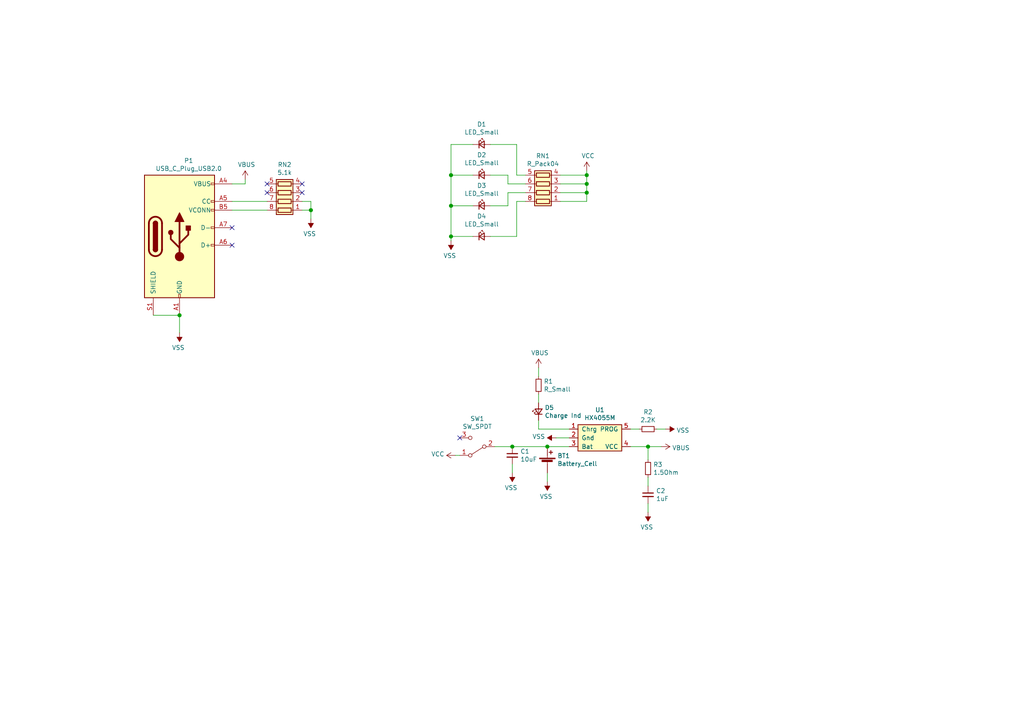
<source format=kicad_sch>
(kicad_sch (version 20200828) (generator eeschema)
  (page 1 1)
  (paper "A4")
  (lib_symbols
    (symbol "Connector:USB_C_Plug_USB2.0" (pin_names (offset 1.016))
      (property "Reference" "P" (at -10.16 19.05 0))
      (property "Value" "USB_C_Plug_USB2.0" (at 12.7 19.05 0))
      (symbol "USB_C_Plug_USB2.0_0_1"
        (arc (start -8.89 -3.81) (end -5.08 -3.81) (radius (at -6.985 -3.81) (length 1.905) (angles -179.9 -0.1)) (stroke (width 0.508)))
        (arc (start -7.62 -3.81) (end -6.35 -3.81) (radius (at -6.985 -3.81) (length 0.635) (angles -179.9 -0.1)) (stroke (width 0.254)))
        (arc (start -7.62 -3.81) (end -6.35 -3.81) (radius (at -6.985 -3.81) (length 0.635) (angles -179.9 -0.1)) (stroke (width 0.254)) (fill (type outline)))
        (arc (start -6.35 3.81) (end -7.62 3.81) (radius (at -6.985 3.81) (length 0.635) (angles 0.1 179.9)) (stroke (width 0.254)) (fill (type outline)))
        (arc (start -6.35 3.81) (end -7.62 3.81) (radius (at -6.985 3.81) (length 0.635) (angles 0.1 179.9)) (stroke (width 0.254)))
        (arc (start -5.08 3.81) (end -8.89 3.81) (radius (at -6.985 3.81) (length 1.905) (angles 0.1 179.9)) (stroke (width 0.508)))
        (circle (center -2.54 1.143) (radius 0.635) (stroke (width 0.254)) (fill (type outline)))
        (circle (center 0 -5.842) (radius 1.27) (fill (type outline)))
        (rectangle (start -10.16 17.78) (end 10.16 -17.78) (stroke (width 0.254)) (fill (type background)))
        (rectangle (start -7.62 -3.81) (end -6.35 3.81) (stroke (width 0.254)) (fill (type outline)))
        (rectangle (start 1.905 1.778) (end 3.175 3.048) (stroke (width 0.254)) (fill (type outline)))
        (polyline (pts (xy -8.89 -3.81) (xy -8.89 3.81)) (stroke (width 0.508)))
        (polyline (pts (xy -5.08 3.81) (xy -5.08 -3.81)) (stroke (width 0.508)))
        (polyline (pts (xy 0 -5.842) (xy 0 4.318)) (stroke (width 0.508)))
        (polyline (pts (xy 0 -3.302) (xy -2.54 -0.762) (xy -2.54 0.508)) (stroke (width 0.508)))
        (polyline (pts (xy 0 -2.032) (xy 2.54 0.508) (xy 2.54 1.778)) (stroke (width 0.508)))
        (polyline (pts (xy -1.27 4.318) (xy 0 6.858) (xy 1.27 4.318) (xy -1.27 4.318)) (stroke (width 0.254)) (fill (type outline)))
      )
      (symbol "USB_C_Plug_USB2.0_0_0"
        (rectangle (start -0.254 -17.78) (end 0.254 -16.764))
        (rectangle (start 10.16 -2.286) (end 9.144 -2.794))
        (rectangle (start 10.16 2.794) (end 9.144 2.286))
        (rectangle (start 10.16 7.874) (end 9.144 7.366))
        (rectangle (start 10.16 10.414) (end 9.144 9.906))
        (rectangle (start 10.16 15.494) (end 9.144 14.986))
      )
      (symbol "USB_C_Plug_USB2.0_1_1"
        (pin power_in line (at 0 -22.86 90) (length 5.08) (name "GND") (number "A1"))
        (pin passive line (at 0 -22.86 90) (length 5.08) hide (name "GND") (number "A12"))
        (pin power_in line (at 15.24 15.24 180) (length 5.08) (name "VBUS") (number "A4"))
        (pin bidirectional line (at 15.24 10.16 180) (length 5.08) (name "CC") (number "A5"))
        (pin bidirectional line (at 15.24 -2.54 180) (length 5.08) (name "D+") (number "A6"))
        (pin bidirectional line (at 15.24 2.54 180) (length 5.08) (name "D-") (number "A7"))
        (pin passive line (at 15.24 15.24 180) (length 5.08) hide (name "VBUS") (number "A9"))
        (pin passive line (at 0 -22.86 90) (length 5.08) hide (name "GND") (number "B1"))
        (pin passive line (at 0 -22.86 90) (length 5.08) hide (name "GND") (number "B12"))
        (pin passive line (at 15.24 15.24 180) (length 5.08) hide (name "VBUS") (number "B4"))
        (pin bidirectional line (at 15.24 7.62 180) (length 5.08) (name "VCONN") (number "B5"))
        (pin passive line (at 15.24 15.24 180) (length 5.08) hide (name "VBUS") (number "B9"))
        (pin passive line (at -7.62 -22.86 90) (length 5.08) (name "SHIELD") (number "S1"))
      )
    )
    (symbol "Device:Battery_Cell" (pin_numbers hide) (pin_names (offset 0) hide)
      (property "Reference" "BT" (at 2.54 2.54 0))
      (property "Value" "Battery_Cell" (at 2.54 0 0))
      (symbol "Battery_Cell_0_1"
        (rectangle (start -2.286 1.778) (end 2.286 1.524) (fill (type outline)))
        (rectangle (start -1.5748 1.1938) (end 1.4732 0.6858) (fill (type outline)))
        (polyline (pts (xy 0 0.762) (xy 0 0)))
        (polyline (pts (xy 0 1.778) (xy 0 2.54)))
        (polyline (pts (xy 0.508 3.429) (xy 1.524 3.429)) (stroke (width 0.254)))
        (polyline (pts (xy 1.016 3.937) (xy 1.016 2.921)) (stroke (width 0.254)))
      )
      (symbol "Battery_Cell_1_1"
        (pin passive line (at 0 5.08 270) (length 2.54) (name "+") (number "1"))
        (pin passive line (at 0 -2.54 90) (length 2.54) (name "-") (number "2"))
      )
    )
    (symbol "Device:C_Small" (pin_numbers hide) (pin_names (offset 0.254) hide)
      (property "Reference" "C" (at 0.254 1.778 0))
      (property "Value" "C_Small" (at 0.254 -2.032 0))
      (symbol "C_Small_0_1"
        (polyline (pts (xy -1.524 -0.508) (xy 1.524 -0.508)) (stroke (width 0.3302)))
        (polyline (pts (xy -1.524 0.508) (xy 1.524 0.508)) (stroke (width 0.3048)))
      )
      (symbol "C_Small_1_1"
        (pin passive line (at 0 2.54 270) (length 2.032) (name "~") (number "1"))
        (pin passive line (at 0 -2.54 90) (length 2.032) (name "~") (number "2"))
      )
    )
    (symbol "Device:LED_Small" (pin_numbers hide) (pin_names (offset 0.254) hide)
      (property "Reference" "D" (at -1.27 3.175 0))
      (property "Value" "LED_Small" (at -4.445 -2.54 0))
      (symbol "LED_Small_0_1"
        (polyline (pts (xy -0.762 -1.016) (xy -0.762 1.016)) (stroke (width 0.254)))
        (polyline (pts (xy 1.016 0) (xy -0.762 0)))
        (polyline (pts (xy 0.762 -1.016) (xy -0.762 0) (xy 0.762 1.016) (xy 0.762 -1.016)) (stroke (width 0.254)))
        (polyline (pts (xy 0 0.762) (xy -0.508 1.27) (xy -0.254 1.27) (xy -0.508 1.27) (xy -0.508 1.016)))
        (polyline (pts (xy 0.508 1.27) (xy 0 1.778) (xy 0.254 1.778) (xy 0 1.778) (xy 0 1.524)))
      )
      (symbol "LED_Small_1_1"
        (pin passive line (at -2.54 0 0) (length 1.778) (name "K") (number "1"))
        (pin passive line (at 2.54 0 180) (length 1.778) (name "A") (number "2"))
      )
    )
    (symbol "Device:R_Pack04" (pin_names (offset 0) hide)
      (property "Reference" "RN" (at -7.62 0 90))
      (property "Value" "R_Pack04" (at 5.08 0 90))
      (symbol "R_Pack04_0_1"
        (rectangle (start -3.175 1.905) (end -1.905 -1.905) (stroke (width 0.254)))
        (rectangle (start -5.715 1.905) (end -4.445 -1.905) (stroke (width 0.254)))
        (rectangle (start -0.635 1.905) (end 0.635 -1.905) (stroke (width 0.254)))
        (rectangle (start -6.35 -2.413) (end 3.81 2.413) (stroke (width 0.254)) (fill (type background)))
        (rectangle (start 1.905 1.905) (end 3.175 -1.905) (stroke (width 0.254)))
        (polyline (pts (xy -2.54 -2.54) (xy -2.54 -1.905)))
        (polyline (pts (xy -2.54 1.905) (xy -2.54 2.54)))
        (polyline (pts (xy -5.08 -2.54) (xy -5.08 -1.905)))
        (polyline (pts (xy -5.08 1.905) (xy -5.08 2.54)))
        (polyline (pts (xy 0 -2.54) (xy 0 -1.905)))
        (polyline (pts (xy 0 1.905) (xy 0 2.54)))
        (polyline (pts (xy 2.54 -2.54) (xy 2.54 -1.905)))
        (polyline (pts (xy 2.54 1.905) (xy 2.54 2.54)))
      )
      (symbol "R_Pack04_1_1"
        (pin passive line (at -5.08 -5.08 90) (length 2.54) (name "R1.1") (number "1"))
        (pin passive line (at -5.08 5.08 270) (length 2.54) (name "R1.2") (number "8"))
        (pin passive line (at -2.54 -5.08 90) (length 2.54) (name "R2.1") (number "2"))
        (pin passive line (at -2.54 5.08 270) (length 2.54) (name "R2.2") (number "7"))
        (pin passive line (at 0 -5.08 90) (length 2.54) (name "R3.1") (number "3"))
        (pin passive line (at 0 5.08 270) (length 2.54) (name "R3.2") (number "6"))
        (pin passive line (at 2.54 -5.08 90) (length 2.54) (name "R4.1") (number "4"))
        (pin passive line (at 2.54 5.08 270) (length 2.54) (name "R4.2") (number "5"))
      )
    )
    (symbol "Device:R_Small" (pin_numbers hide) (pin_names (offset 0.254) hide)
      (property "Reference" "R" (at 0.762 0.508 0))
      (property "Value" "R_Small" (at 0.762 -1.016 0))
      (symbol "R_Small_0_1"
        (rectangle (start -0.762 1.778) (end 0.762 -1.778) (stroke (width 0.2032)))
      )
      (symbol "R_Small_1_1"
        (pin passive line (at 0 2.54 270) (length 0.762) (name "~") (number "1"))
        (pin passive line (at 0 -2.54 90) (length 0.762) (name "~") (number "2"))
      )
    )
    (symbol "MechKeyboard:HX4055M" (pin_names (offset 1.016))
      (property "Reference" "U" (at 5.08 -10.16 0))
      (property "Value" "HX4055M" (at 0 0 0))
      (symbol "HX4055M_0_1"
        (rectangle (start -6.35 -1.27) (end 6.35 -8.89) (stroke (width 0.254)) (fill (type background)))
      )
      (symbol "HX4055M_1_1"
        (pin input line (at -8.89 -2.54 0) (length 2.54) (name "Chrg") (number "1"))
        (pin input line (at -8.89 -5.08 0) (length 2.54) (name "Gnd") (number "2"))
        (pin input line (at -8.89 -7.62 0) (length 2.54) (name "Bat") (number "3"))
        (pin input line (at 8.89 -7.62 180) (length 2.54) (name "VCC") (number "4"))
        (pin input line (at 8.89 -2.54 180) (length 2.54) (name "PROG") (number "5"))
      )
    )
    (symbol "Switch:SW_SPDT" (pin_names (offset 0) hide)
      (property "Reference" "SW" (at 0 4.318 0))
      (property "Value" "SW_SPDT" (at 0 -5.08 0))
      (symbol "SW_SPDT_0_0"
        (circle (center -2.032 0) (radius 0.508))
        (circle (center 2.032 -2.54) (radius 0.508))
      )
      (symbol "SW_SPDT_0_1"
        (circle (center 2.032 2.54) (radius 0.508))
        (polyline (pts (xy -1.524 0.254) (xy 1.651 2.286)))
      )
      (symbol "SW_SPDT_1_1"
        (pin passive line (at 5.08 2.54 180) (length 2.54) (name "A") (number "1"))
        (pin passive line (at -5.08 0 0) (length 2.54) (name "B") (number "2"))
        (pin passive line (at 5.08 -2.54 180) (length 2.54) (name "C") (number "3"))
      )
    )
    (symbol "power:VBUS" (power) (pin_names (offset 0))
      (property "Value" "VBUS" (at 0 3.81 0))
      (symbol "VBUS_0_1"
        (polyline (pts (xy -0.762 1.27) (xy 0 2.54)))
        (polyline (pts (xy 0 0) (xy 0 2.54)))
        (polyline (pts (xy 0 2.54) (xy 0.762 1.27)))
      )
      (symbol "VBUS_1_1"
        (pin power_in line (at 0 0 90) (length 0) hide (name "VBUS") (number "1"))
      )
    )
    (symbol "power:VCC" (power) (pin_names (offset 0))
      (property "Value" "VCC" (at 0 3.81 0))
      (symbol "VCC_0_1"
        (polyline (pts (xy -0.762 1.27) (xy 0 2.54)))
        (polyline (pts (xy 0 0) (xy 0 2.54)))
        (polyline (pts (xy 0 2.54) (xy 0.762 1.27)))
      )
      (symbol "VCC_1_1"
        (pin power_in line (at 0 0 90) (length 0) hide (name "VCC") (number "1"))
      )
    )
    (symbol "power:VSS" (power) (pin_names (offset 0))
      (property "Value" "VSS" (at 0 3.81 0))
      (symbol "VSS_0_1"
        (polyline (pts (xy 0 0) (xy 0 2.54)))
        (polyline (pts (xy 0.762 1.27) (xy -0.762 1.27) (xy 0 2.54) (xy 0.762 1.27)) (fill (type outline)))
      )
      (symbol "VSS_1_1"
        (pin power_in line (at 0 0 90) (length 0) hide (name "VSS") (number "1"))
      )
    )
  )
  (junction (at 52.07 91.44) (diameter 1.016))
  (junction (at 90.17 60.96) (diameter 1.016))
  (junction (at 130.81 50.8) (diameter 1.016))
  (junction (at 130.81 59.69) (diameter 1.016))
  (junction (at 130.81 68.58) (diameter 1.016))
  (junction (at 148.59 129.54) (diameter 1.016))
  (junction (at 158.75 129.54) (diameter 1.016))
  (junction (at 170.18 50.8) (diameter 1.016))
  (junction (at 170.18 53.34) (diameter 1.016))
  (junction (at 170.18 55.88) (diameter 1.016))
  (junction (at 187.96 129.54) (diameter 1.016))
  (no_connect (at 77.47 53.34))
  (no_connect (at 77.47 55.88))
  (no_connect (at 87.63 53.34))
  (no_connect (at 87.63 55.88))
  (no_connect (at 133.35 127))
  (no_connect (at 67.31 66.04))
  (no_connect (at 67.31 71.12))
  (wire (pts (xy 44.45 91.44) (xy 52.07 91.44)))
  (wire (pts (xy 52.07 91.44) (xy 52.07 96.52)))
  (wire (pts (xy 67.31 53.34) (xy 71.12 53.34)))
  (wire (pts (xy 67.31 58.42) (xy 77.47 58.42)))
  (wire (pts (xy 67.31 60.96) (xy 77.47 60.96)))
  (wire (pts (xy 71.12 53.34) (xy 71.12 52.07)))
  (wire (pts (xy 87.63 58.42) (xy 90.17 58.42)))
  (wire (pts (xy 87.63 60.96) (xy 90.17 60.96)))
  (wire (pts (xy 90.17 58.42) (xy 90.17 60.96)))
  (wire (pts (xy 90.17 60.96) (xy 90.17 63.5)))
  (wire (pts (xy 130.81 41.91) (xy 137.16 41.91)))
  (wire (pts (xy 130.81 50.8) (xy 130.81 41.91)))
  (wire (pts (xy 130.81 50.8) (xy 137.16 50.8)))
  (wire (pts (xy 130.81 59.69) (xy 130.81 50.8)))
  (wire (pts (xy 130.81 59.69) (xy 137.16 59.69)))
  (wire (pts (xy 130.81 68.58) (xy 130.81 59.69)))
  (wire (pts (xy 130.81 68.58) (xy 137.16 68.58)))
  (wire (pts (xy 130.81 69.85) (xy 130.81 68.58)))
  (wire (pts (xy 132.08 132.08) (xy 133.35 132.08)))
  (wire (pts (xy 142.24 41.91) (xy 149.86 41.91)))
  (wire (pts (xy 142.24 50.8) (xy 147.32 50.8)))
  (wire (pts (xy 142.24 59.69) (xy 147.32 59.69)))
  (wire (pts (xy 142.24 68.58) (xy 149.86 68.58)))
  (wire (pts (xy 143.51 129.54) (xy 148.59 129.54)))
  (wire (pts (xy 147.32 50.8) (xy 147.32 53.34)))
  (wire (pts (xy 147.32 53.34) (xy 152.4 53.34)))
  (wire (pts (xy 147.32 55.88) (xy 152.4 55.88)))
  (wire (pts (xy 147.32 59.69) (xy 147.32 55.88)))
  (wire (pts (xy 148.59 129.54) (xy 158.75 129.54)))
  (wire (pts (xy 148.59 134.62) (xy 148.59 137.16)))
  (wire (pts (xy 149.86 41.91) (xy 149.86 50.8)))
  (wire (pts (xy 149.86 50.8) (xy 152.4 50.8)))
  (wire (pts (xy 149.86 58.42) (xy 152.4 58.42)))
  (wire (pts (xy 149.86 68.58) (xy 149.86 58.42)))
  (wire (pts (xy 156.21 106.68) (xy 156.21 109.22)))
  (wire (pts (xy 156.21 114.3) (xy 156.21 116.84)))
  (wire (pts (xy 156.21 121.92) (xy 156.21 124.46)))
  (wire (pts (xy 156.21 124.46) (xy 165.1 124.46)))
  (wire (pts (xy 158.75 129.54) (xy 165.1 129.54)))
  (wire (pts (xy 158.75 137.16) (xy 158.75 139.7)))
  (wire (pts (xy 161.29 127) (xy 165.1 127)))
  (wire (pts (xy 170.18 49.53) (xy 170.18 50.8)))
  (wire (pts (xy 170.18 50.8) (xy 162.56 50.8)))
  (wire (pts (xy 170.18 50.8) (xy 170.18 53.34)))
  (wire (pts (xy 170.18 53.34) (xy 162.56 53.34)))
  (wire (pts (xy 170.18 53.34) (xy 170.18 55.88)))
  (wire (pts (xy 170.18 55.88) (xy 162.56 55.88)))
  (wire (pts (xy 170.18 55.88) (xy 170.18 58.42)))
  (wire (pts (xy 170.18 58.42) (xy 162.56 58.42)))
  (wire (pts (xy 182.88 124.46) (xy 185.42 124.46)))
  (wire (pts (xy 182.88 129.54) (xy 187.96 129.54)))
  (wire (pts (xy 187.96 129.54) (xy 187.96 133.35)))
  (wire (pts (xy 187.96 129.54) (xy 191.77 129.54)))
  (wire (pts (xy 187.96 138.43) (xy 187.96 140.97)))
  (wire (pts (xy 187.96 146.05) (xy 187.96 148.59)))
  (wire (pts (xy 190.5 124.46) (xy 193.04 124.46)))
  (symbol (lib_id "power:VSS") (at 52.07 96.52 180) (unit 1)
    (property "Reference" "#PWR05" (effects hide))
    (property "Value" "VSS" (at 51.7017 100.8444 0))
  )
  (symbol (lib_id "power:VBUS") (at 71.12 52.07 0) (unit 1)
    (property "Reference" "#PWR02" (effects hide))
    (property "Value" "VBUS" (at 71.4883 47.7456 0))
  )
  (symbol (lib_id "power:VSS") (at 90.17 63.5 180) (unit 1)
    (property "Reference" "#PWR03" (effects hide))
    (property "Value" "VSS" (at 89.8017 67.8244 0))
  )
  (symbol (lib_id "power:VSS") (at 130.81 69.85 180) (unit 1)
    (property "Reference" "#PWR04" (effects hide))
    (property "Value" "VSS" (at 130.4417 74.1744 0))
  )
  (symbol (lib_id "power:VCC") (at 132.08 132.08 90) (unit 1)
    (property "Reference" "#PWR010" (effects hide))
    (property "Value" "VCC" (at 128.9049 131.7117 90) (effects (justify left)))
  )
  (symbol (lib_id "power:VSS") (at 148.59 137.16 180) (unit 1)
    (property "Reference" "#PWR011" (effects hide))
    (property "Value" "VSS" (at 148.2217 141.4844 0))
  )
  (symbol (lib_id "power:VBUS") (at 156.21 106.68 0) (unit 1)
    (property "Reference" "#PWR06" (effects hide))
    (property "Value" "VBUS" (at 156.5783 102.3556 0))
  )
  (symbol (lib_id "power:VSS") (at 158.75 139.7 180) (unit 1)
    (property "Reference" "#PWR012" (effects hide))
    (property "Value" "VSS" (at 158.3817 144.0244 0))
  )
  (symbol (lib_id "power:VSS") (at 161.29 127 90) (unit 1)
    (property "Reference" "#PWR08" (effects hide))
    (property "Value" "VSS" (at 158.1149 126.6317 90) (effects (justify left)))
  )
  (symbol (lib_id "power:VCC") (at 170.18 49.53 0) (unit 1)
    (property "Reference" "#PWR01" (effects hide))
    (property "Value" "VCC" (at 170.5483 45.2056 0))
  )
  (symbol (lib_id "power:VSS") (at 187.96 148.59 180) (unit 1)
    (property "Reference" "#PWR013" (effects hide))
    (property "Value" "VSS" (at 187.5917 152.9144 0))
  )
  (symbol (lib_id "power:VBUS") (at 191.77 129.54 270) (unit 1)
    (property "Reference" "#PWR09" (effects hide))
    (property "Value" "VBUS" (at 194.9451 129.9083 90) (effects (justify left)))
  )
  (symbol (lib_id "power:VSS") (at 193.04 124.46 270) (unit 1)
    (property "Reference" "#PWR07" (effects hide))
    (property "Value" "VSS" (at 196.2151 124.8283 90) (effects (justify left)))
  )
  (symbol (lib_id "Device:R_Small") (at 156.21 111.76 0) (unit 1)
    (property "Reference" "R1" (at 157.7087 110.6106 0) (effects (justify left)))
    (property "Value" "R_Small" (at 157.7087 112.9093 0) (effects (justify left)))
  )
  (symbol (lib_id "Device:R_Small") (at 187.96 124.46 90) (unit 1)
    (property "Reference" "R2" (at 187.96 119.5132 90))
    (property "Value" "2.2K" (at 187.96 121.812 90))
  )
  (symbol (lib_id "Device:R_Small") (at 187.96 135.89 0) (unit 1)
    (property "Reference" "R3" (at 189.4587 134.7406 0) (effects (justify left)))
    (property "Value" "1.5Ohm" (at 189.459 137.039 0) (effects (justify left)))
  )
  (symbol (lib_id "Device:LED_Small") (at 139.7 41.91 0) (unit 1)
    (property "Reference" "D1" (at 139.7 36.0488 0))
    (property "Value" "LED_Small" (at 139.7 38.3475 0))
    (property "Footprint" "LED_SMD:LED_1206_3216Metric" (effects hide))
  )
  (symbol (lib_id "Device:LED_Small") (at 139.7 50.8 0) (unit 1)
    (property "Reference" "D2" (at 139.7 44.9388 0))
    (property "Value" "LED_Small" (at 139.7 47.2375 0))
    (property "Footprint" "LED_SMD:LED_1206_3216Metric" (effects hide))
  )
  (symbol (lib_id "Device:LED_Small") (at 139.7 59.69 0) (unit 1)
    (property "Reference" "D3" (at 139.7 53.8288 0))
    (property "Value" "LED_Small" (at 139.7 56.1275 0))
    (property "Footprint" "LED_SMD:LED_1206_3216Metric" (effects hide))
  )
  (symbol (lib_id "Device:LED_Small") (at 139.7 68.58 0) (unit 1)
    (property "Reference" "D4" (at 139.7 62.7188 0))
    (property "Value" "LED_Small" (at 139.7 65.0175 0))
    (property "Footprint" "LED_SMD:LED_1206_3216Metric" (effects hide))
  )
  (symbol (lib_id "Device:LED_Small") (at 156.21 119.38 90) (unit 1)
    (property "Reference" "D5" (at 157.9881 118.2306 90) (effects (justify right)))
    (property "Value" "Charge Ind" (at 157.988 120.529 90) (effects (justify right)))
    (property "Footprint" "LED_SMD:LED_0603_1608Metric" (effects hide))
  )
  (symbol (lib_id "Device:C_Small") (at 148.59 132.08 0) (unit 1)
    (property "Reference" "C1" (at 150.9142 130.9306 0) (effects (justify left)))
    (property "Value" "10uF" (at 150.914 133.229 0) (effects (justify left)))
    (property "Footprint" "Capacitor_SMD:C_0805_2012Metric" (effects hide))
  )
  (symbol (lib_id "Device:C_Small") (at 187.96 143.51 0) (unit 1)
    (property "Reference" "C2" (at 190.2842 142.3606 0) (effects (justify left)))
    (property "Value" "1uF" (at 190.284 144.659 0) (effects (justify left)))
    (property "Footprint" "Capacitor_SMD:C_0805_2012Metric" (effects hide))
  )
  (symbol (lib_id "Device:Battery_Cell") (at 158.75 134.62 0) (unit 1)
    (property "Reference" "BT1" (at 161.6711 132.2006 0) (effects (justify left)))
    (property "Value" "Battery_Cell" (at 161.6711 134.4993 0) (effects (justify left)))
    (property "Footprint" "Battery:BatteryHolder_Keystone_3008_1x2450" (effects hide))
  )
  (symbol (lib_id "Switch:SW_SPDT") (at 138.43 129.54 180) (unit 1)
    (property "Reference" "SW1" (at 138.43 121.4182 0))
    (property "Value" "SW_SPDT" (at 138.43 123.7169 0))
  )
  (symbol (lib_id "Device:R_Pack04") (at 82.55 55.88 90) (unit 1)
    (property "Reference" "RN2" (at 82.55 47.7582 90))
    (property "Value" "5.1k" (at 82.55 50.057 90))
  )
  (symbol (lib_id "Device:R_Pack04") (at 157.48 53.34 90) (unit 1)
    (property "Reference" "RN1" (at 157.48 45.2182 90))
    (property "Value" "R_Pack04" (at 157.48 47.5169 90))
  )
  (symbol (lib_id "MechKeyboard:HX4055M") (at 173.99 121.92 0) (unit 1)
    (property "Reference" "U1" (at 173.99 118.8782 0))
    (property "Value" "HX4055M" (at 173.99 121.1769 0))
  )
  (symbol (lib_id "Connector:USB_C_Plug_USB2.0") (at 52.07 68.58 0) (unit 1)
    (property "Reference" "P1" (at 54.737 46.5898 0))
    (property "Value" "USB_C_Plug_USB2.0" (at 54.737 48.8885 0))
    (property "Datasheet" "https://www.usb.org/sites/default/files/documents/usb_type-c.zip" (effects hide))
  )
)
</source>
